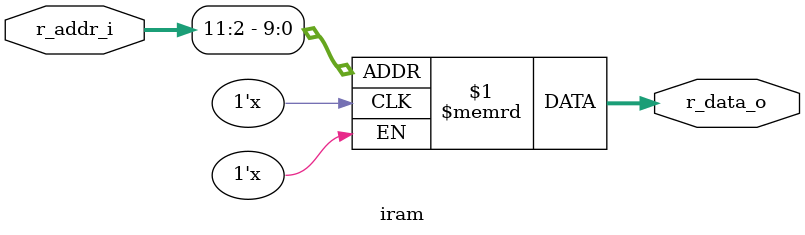
<source format=v>
/*** 
 * Author: Stephen Dai
 * 教程链接：https://blog.csdn.net/weixin_45774715/category_12433521.html
 * FilePath: iram.v
 * Description: 
 * 
 */

module iram #(
    parameter DW        = 32,
    parameter MEM_DEPTH = 1024 //2^10
)
(
    input  [31:0] r_addr_i  ,
    output [31:0] r_data_o
);
    
reg[DW-1:0] mem[0:MEM_DEPTH-1]; 

assign r_data_o = mem[r_addr_i[$clog2(MEM_DEPTH)+1:2]];

endmodule
</source>
